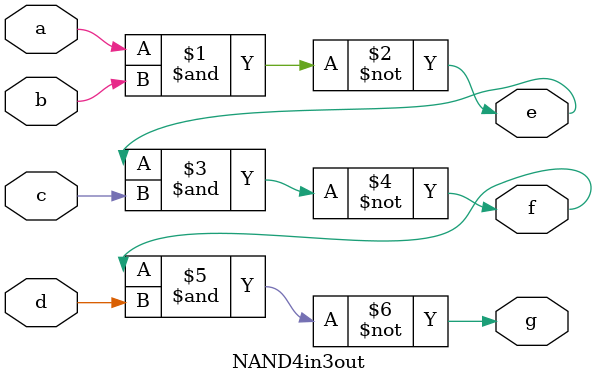
<source format=v>
`timescale 1ns / 1ps


module NAND4in3out(
input a, b, c, d,
output e, f, g

    );
    
    
    assign e = ~(a&b), f = ~(e&c), g = ~(f&d);
    
endmodule

</source>
